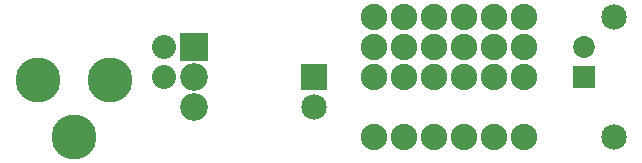
<source format=gts>
G04 MADE WITH FRITZING*
G04 WWW.FRITZING.ORG*
G04 DOUBLE SIDED*
G04 HOLES PLATED*
G04 CONTOUR ON CENTER OF CONTOUR VECTOR*
%ASAXBY*%
%FSLAX23Y23*%
%MOIN*%
%OFA0B0*%
%SFA1.0B1.0*%
%ADD10C,0.088000*%
%ADD11C,0.092000*%
%ADD12C,0.150000*%
%ADD13C,0.080000*%
%ADD14C,0.072992*%
%ADD15C,0.085000*%
%ADD16R,0.092000X0.092000*%
%ADD17R,0.072992X0.072992*%
%ADD18R,0.085000X0.085000*%
%LNMASK1*%
G90*
G70*
G54D10*
X1336Y541D03*
X1336Y441D03*
X1336Y341D03*
X1436Y541D03*
X1436Y441D03*
X1436Y341D03*
X1536Y541D03*
X1536Y441D03*
X1536Y341D03*
X1636Y541D03*
X1636Y441D03*
X1636Y341D03*
X1736Y541D03*
X1736Y441D03*
X1736Y341D03*
X1836Y541D03*
X1836Y441D03*
X1836Y341D03*
G54D11*
X736Y441D03*
X736Y341D03*
X736Y241D03*
G54D12*
X456Y331D03*
X216Y331D03*
X336Y141D03*
G54D10*
X1836Y141D03*
X1736Y141D03*
X1636Y141D03*
X1536Y141D03*
X1436Y141D03*
X1336Y141D03*
G54D13*
X636Y441D03*
X636Y341D03*
G54D14*
X2036Y341D03*
X2036Y439D03*
G54D15*
X2136Y141D03*
X2136Y541D03*
X1136Y341D03*
X1136Y241D03*
G54D16*
X736Y441D03*
G54D17*
X2036Y341D03*
G54D18*
X1136Y341D03*
G04 End of Mask1*
M02*
</source>
